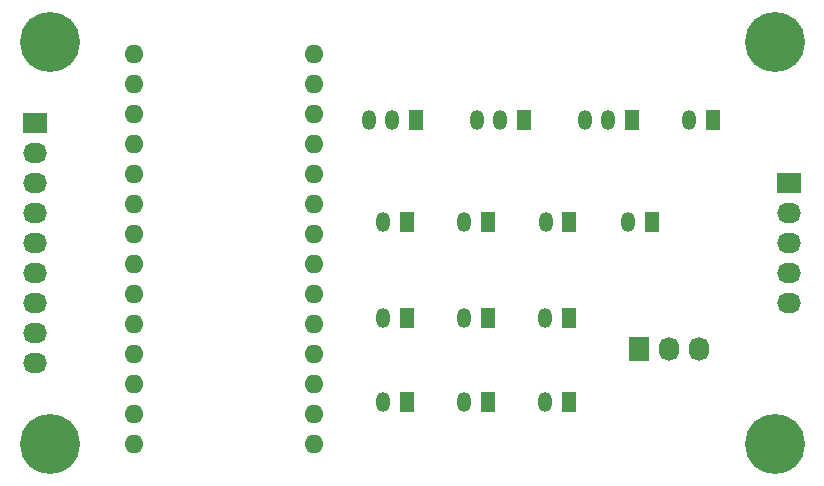
<source format=gts>
G04 #@! TF.FileFunction,Soldermask,Top*
%FSLAX46Y46*%
G04 Gerber Fmt 4.6, Leading zero omitted, Abs format (unit mm)*
G04 Created by KiCad (PCBNEW 4.0.1-stable) date 2016/05/21 17:47:10*
%MOMM*%
G01*
G04 APERTURE LIST*
%ADD10C,0.100000*%
%ADD11C,5.080000*%
%ADD12R,2.032000X1.727200*%
%ADD13O,2.032000X1.727200*%
%ADD14R,1.727200X2.032000*%
%ADD15O,1.727200X2.032000*%
%ADD16R,1.198880X1.699260*%
%ADD17O,1.198880X1.699260*%
%ADD18O,1.600000X1.600000*%
G04 APERTURE END LIST*
D10*
D11*
X153301700Y-87896700D03*
X153301700Y-53797200D03*
D12*
X90678000Y-60686950D03*
D13*
X90678000Y-63226950D03*
X90678000Y-65766950D03*
X90678000Y-68306950D03*
X90678000Y-70846950D03*
X90678000Y-73386950D03*
X90678000Y-75926950D03*
X90678000Y-78466950D03*
X90678000Y-81006950D03*
D14*
X141767560Y-79852520D03*
D15*
X144307560Y-79852520D03*
X146847560Y-79852520D03*
D16*
X122158760Y-84328000D03*
D17*
X120157240Y-84328000D03*
D16*
X129016760Y-84328000D03*
D17*
X127015240Y-84328000D03*
D16*
X135874760Y-84328000D03*
D17*
X133873240Y-84328000D03*
D18*
X99060000Y-87884000D03*
X99060000Y-85344000D03*
X99060000Y-82804000D03*
X99060000Y-80264000D03*
X99060000Y-77724000D03*
X99060000Y-75184000D03*
X99060000Y-72644000D03*
X99060000Y-70104000D03*
X99060000Y-67564000D03*
X99060000Y-65024000D03*
X99060000Y-62484000D03*
X99060000Y-59944000D03*
X99060000Y-57404000D03*
X99060000Y-54864000D03*
X114300000Y-54864000D03*
X114300000Y-57404000D03*
X114300000Y-59944000D03*
X114300000Y-62484000D03*
X114300000Y-65024000D03*
X114300000Y-67564000D03*
X114300000Y-70104000D03*
X114300000Y-72644000D03*
X114300000Y-75184000D03*
X114300000Y-77724000D03*
X114300000Y-80264000D03*
X114300000Y-82804000D03*
X114300000Y-85344000D03*
X114300000Y-87884000D03*
D11*
X91897200Y-53797200D03*
X91897200Y-87896700D03*
D16*
X122158760Y-77216000D03*
D17*
X120157240Y-77216000D03*
D16*
X129016760Y-77216000D03*
D17*
X127015240Y-77216000D03*
D16*
X135874760Y-77216000D03*
D17*
X133873240Y-77216000D03*
D16*
X122158760Y-69088000D03*
D17*
X120157240Y-69088000D03*
D16*
X129016760Y-69088000D03*
D17*
X127015240Y-69088000D03*
D16*
X135895080Y-69095620D03*
D17*
X133893560Y-69095620D03*
D16*
X142908020Y-69039740D03*
D17*
X140906500Y-69039740D03*
D16*
X122905520Y-60452000D03*
D17*
X118902480Y-60452000D03*
X120904000Y-60452000D03*
D16*
X132049520Y-60452000D03*
D17*
X128046480Y-60452000D03*
X130048000Y-60452000D03*
D16*
X141193520Y-60452000D03*
D17*
X137190480Y-60452000D03*
X139192000Y-60452000D03*
D16*
X148021040Y-60441840D03*
D17*
X146019520Y-60441840D03*
D12*
X154520900Y-65766950D03*
D13*
X154520900Y-68306950D03*
X154520900Y-70846950D03*
X154520900Y-73386950D03*
X154520900Y-75926950D03*
M02*

</source>
